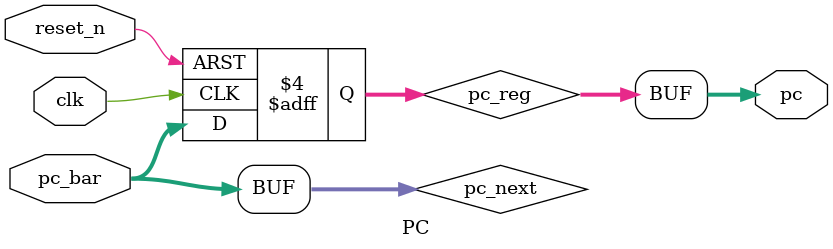
<source format=v>


module PC	
			#(parameter n = 32)
			(
			 input clk,reset_n,
			 input [n-1:0] pc_bar,
			 output [n-1:0] pc
			);
			
			reg [n-1:0] pc_reg,pc_next;
			
			always @(posedge clk,negedge reset_n)
			begin
				if (~reset_n)
					pc_reg <= 0;
				else
				   pc_reg <= pc_next;
			end
			
			always @(*)
			begin
				pc_next = pc_bar;
			end
			
			assign pc = pc_reg;
endmodule

</source>
